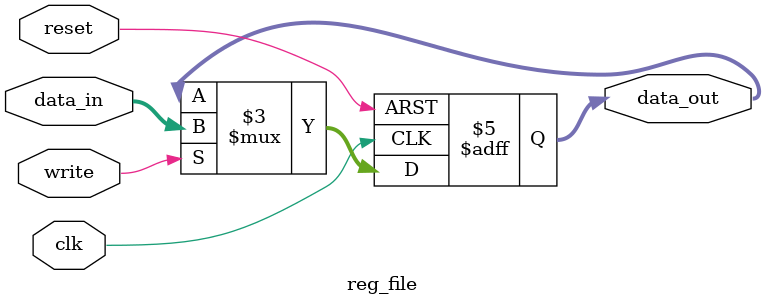
<source format=v>


module reg_file(write, clk, reset, data_in, data_out);

// PARAMETERS
parameter DATA_WIDTH = 16;
//--------------------------
// INPUTS
input write, clk, reset;
input [DATA_WIDTH-1:0] data_in;
//--------------------------
// OUTPUTS
output reg [DATA_WIDTH-1:0] data_out;
//--------------------------

always @ (posedge clk, posedge reset)
begin
  if (reset) data_out <= 0;
  else if (write)  data_out <= data_in;
  else             data_out <= data_out;
end

endmodule
</source>
